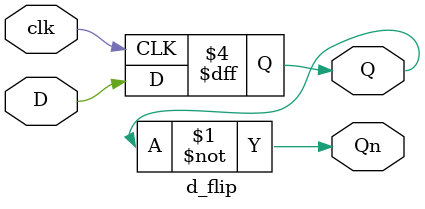
<source format=v>
module d_flip(
input D,
input clk,
output reg Q,
output Qn
);
assign Qn = ~Q;
initial begin
 Q = 0;
 end
 always@(posedge clk) begin
 
 Q <= D;
 end
endmodule

</source>
